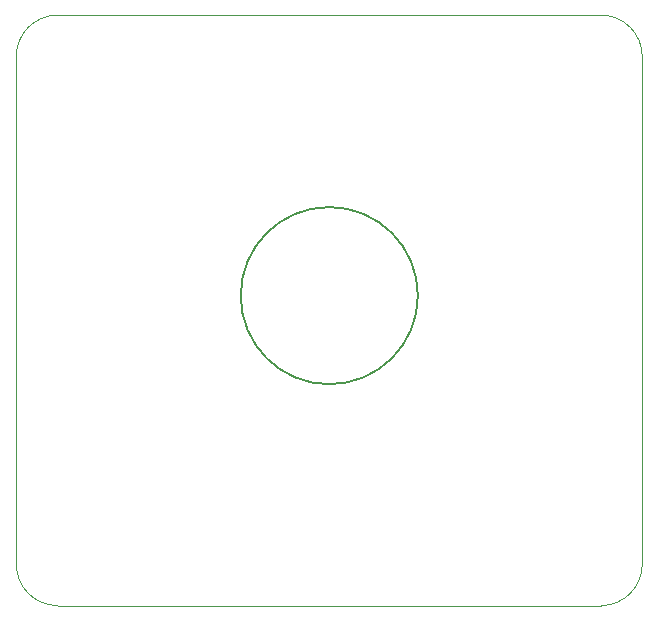
<source format=gbr>
G04 #@! TF.GenerationSoftware,KiCad,Pcbnew,6.0.6*
G04 #@! TF.CreationDate,2022-06-26T18:27:29+02:00*
G04 #@! TF.ProjectId,Sunmachine-A3,53756e6d-6163-4686-996e-652d41332e6b,rev?*
G04 #@! TF.SameCoordinates,Original*
G04 #@! TF.FileFunction,Profile,NP*
%FSLAX46Y46*%
G04 Gerber Fmt 4.6, Leading zero omitted, Abs format (unit mm)*
G04 Created by KiCad (PCBNEW 6.0.6) date 2022-06-26 18:27:29*
%MOMM*%
%LPD*%
G01*
G04 APERTURE LIST*
G04 #@! TA.AperFunction,Profile*
%ADD10C,0.100000*%
G04 #@! TD*
G04 #@! TA.AperFunction,Profile*
%ADD11C,0.200000*%
G04 #@! TD*
G04 APERTURE END LIST*
D10*
X121000000Y-63750000D02*
G75*
G03*
X117500000Y-67250000I0J-3500000D01*
G01*
X170500000Y-67250000D02*
G75*
G03*
X167000000Y-63750000I-3500000J0D01*
G01*
X167000000Y-113746100D02*
G75*
G03*
X170500000Y-110246070I0J3500000D01*
G01*
X167000000Y-113746070D02*
X121000000Y-113746070D01*
D11*
X151500000Y-87500000D02*
G75*
G03*
X151500000Y-87500000I-7500000J0D01*
G01*
D10*
X121000000Y-63750000D02*
X167000000Y-63750000D01*
X117500000Y-110239611D02*
X117500000Y-67250000D01*
X117500024Y-110239611D02*
G75*
G03*
X121000000Y-113746070I3506476J11D01*
G01*
X170500000Y-67250000D02*
X170500000Y-110246070D01*
M02*

</source>
